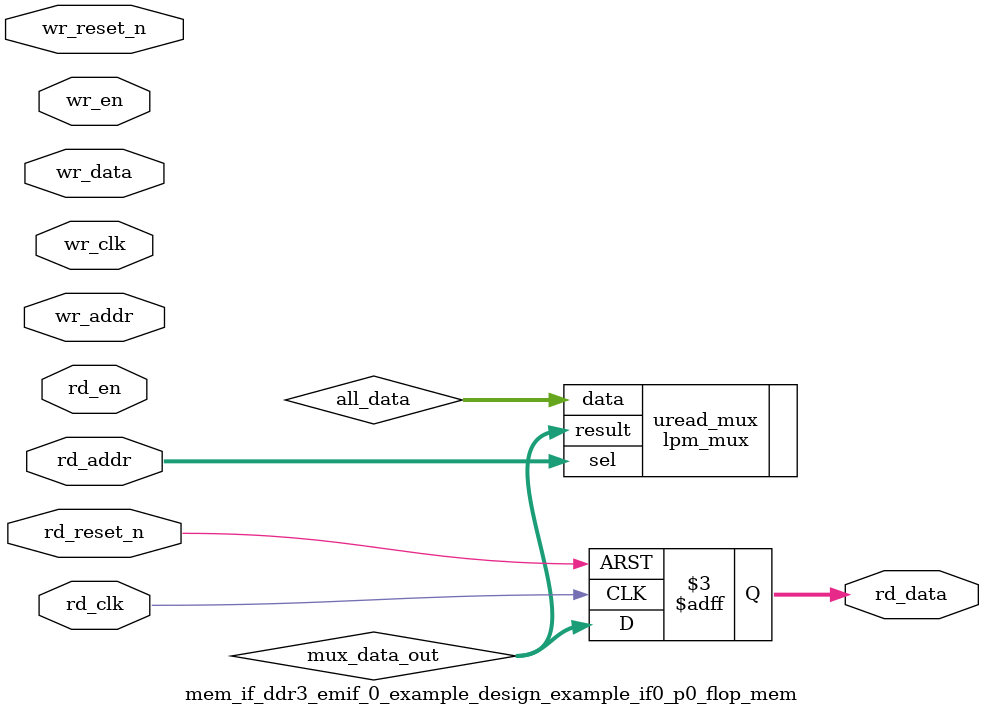
<source format=v>



`timescale 1 ps / 1 ps

(* altera_attribute = "-name ALLOW_SYNCH_CTRL_USAGE ON;-name AUTO_CLOCK_ENABLE_RECOGNITION ON" *)
module mem_if_ddr3_emif_0_example_design_example_if0_p0_flop_mem(
	wr_reset_n,
	wr_clk,
	wr_en,
	wr_addr,
	wr_data,
	rd_reset_n,
	rd_clk,
	rd_en,
	rd_addr,
	rd_data
);

parameter WRITE_MEM_DEPTH	= "";
parameter WRITE_ADDR_WIDTH	= "";
parameter WRITE_DATA_WIDTH	= "";
parameter READ_MEM_DEPTH	= "";
parameter READ_ADDR_WIDTH	= "";		 
parameter READ_DATA_WIDTH	= "";


input	wr_reset_n;
input	wr_clk;
input	wr_en;
input	[WRITE_ADDR_WIDTH-1:0] wr_addr;
input	[WRITE_DATA_WIDTH-1:0] wr_data;
input	rd_reset_n;
input	rd_clk;
input	rd_en;
input	[READ_ADDR_WIDTH-1:0] rd_addr;
output	[READ_DATA_WIDTH-1:0] rd_data;



wire	[WRITE_DATA_WIDTH*WRITE_MEM_DEPTH-1:0] all_data;
wire	[READ_DATA_WIDTH-1:0] mux_data_out;



// declare a memory with WRITE_MEM_DEPTH entries
// each entry contains a data size of WRITE_DATA_WIDTH
reg	[WRITE_DATA_WIDTH-1:0] data_stored [0:WRITE_MEM_DEPTH-1] /* synthesis syn_preserve = 1 */;
reg	[READ_DATA_WIDTH-1:0] rd_data;

generate
genvar entry;
	for (entry=0; entry < WRITE_MEM_DEPTH; entry=entry+1)
	begin: mem_location
		assign all_data[(WRITE_DATA_WIDTH*(entry+1)-1) : (WRITE_DATA_WIDTH*entry)] = data_stored[entry]; 
		
		always @(posedge wr_clk or negedge wr_reset_n)
		begin
			if (~wr_reset_n) begin
				data_stored[entry] <= {WRITE_DATA_WIDTH{1'b0}};
			end else begin
				if (wr_en) begin
					if (entry == wr_addr) begin
						data_stored[entry] <= wr_data;
					end
				end
			end
		end		
	end
endgenerate

// mux to select the correct output data based on read address
lpm_mux	uread_mux(
	.sel (rd_addr),
	.data (all_data),
	.result (mux_data_out)
	// synopsys translate_off
	,
	.aclr (),
	.clken (),
	.clock ()
	// synopsys translate_on
	);
 defparam uread_mux.lpm_size = READ_MEM_DEPTH;
 defparam uread_mux.lpm_type = "LPM_MUX";
 defparam uread_mux.lpm_width = READ_DATA_WIDTH;
 defparam uread_mux.lpm_widths = READ_ADDR_WIDTH;

always @(posedge rd_clk or negedge rd_reset_n)	
begin
	if (~rd_reset_n) begin
		rd_data <= {READ_DATA_WIDTH{1'b0}};
	end else begin
		rd_data <= mux_data_out;
	end
end

endmodule

</source>
